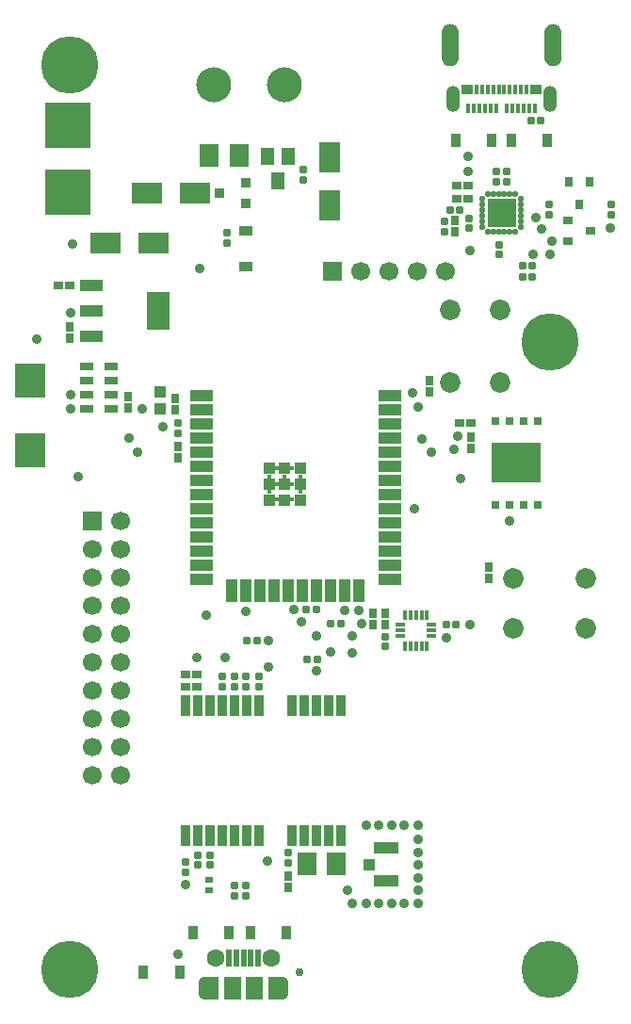
<source format=gts>
G04*
G04 #@! TF.GenerationSoftware,Altium Limited,Altium Designer,22.5.1 (42)*
G04*
G04 Layer_Color=8388736*
%FSLAX25Y25*%
%MOIN*%
G70*
G04*
G04 #@! TF.SameCoordinates,59F3AC89-7B28-4FAD-B6AF-993134B08C1D*
G04*
G04*
G04 #@! TF.FilePolarity,Negative*
G04*
G01*
G75*
%ADD34R,0.07000X0.08000*%
%ADD60R,0.17520X0.13976*%
%ADD61R,0.02559X0.03150*%
%ADD62C,0.02953*%
%ADD63R,0.01591X0.03391*%
%ADD64R,0.03391X0.01591*%
%ADD65R,0.02953X0.03740*%
G04:AMPARAMS|DCode=66|XSize=27.56mil|YSize=25.59mil|CornerRadius=5.41mil|HoleSize=0mil|Usage=FLASHONLY|Rotation=90.000|XOffset=0mil|YOffset=0mil|HoleType=Round|Shape=RoundedRectangle|*
%AMROUNDEDRECTD66*
21,1,0.02756,0.01476,0,0,90.0*
21,1,0.01673,0.02559,0,0,90.0*
1,1,0.01083,0.00738,0.00837*
1,1,0.01083,0.00738,-0.00837*
1,1,0.01083,-0.00738,-0.00837*
1,1,0.01083,-0.00738,0.00837*
%
%ADD66ROUNDEDRECTD66*%
%ADD67R,0.03740X0.07677*%
%ADD68R,0.04921X0.02953*%
%ADD69R,0.10630X0.12205*%
%ADD70R,0.03740X0.04528*%
%ADD71R,0.04134X0.03937*%
%ADD72R,0.08661X0.04134*%
%ADD73R,0.04528X0.06102*%
%ADD74R,0.11024X0.07480*%
%ADD75R,0.02953X0.02165*%
%ADD76R,0.08465X0.04134*%
%ADD77R,0.04134X0.08465*%
%ADD78R,0.04134X0.04134*%
%ADD79R,0.10236X0.10236*%
%ADD80O,0.02362X0.01968*%
%ADD81O,0.01968X0.02362*%
%ADD82R,0.16339X0.16339*%
%ADD83R,0.04331X0.04331*%
%ADD84R,0.03032X0.03543*%
%ADD85R,0.08071X0.04134*%
%ADD86R,0.08071X0.13189*%
%ADD87R,0.03740X0.03740*%
%ADD88R,0.04134X0.03347*%
%ADD89R,0.01772X0.03347*%
%ADD90R,0.02165X0.05906*%
%ADD91R,0.06496X0.08071*%
%ADD92R,0.05315X0.08071*%
%ADD93R,0.03543X0.03032*%
%ADD94R,0.07480X0.11024*%
%ADD95R,0.03740X0.02953*%
G04:AMPARAMS|DCode=96|XSize=27.56mil|YSize=25.59mil|CornerRadius=5.41mil|HoleSize=0mil|Usage=FLASHONLY|Rotation=0.000|XOffset=0mil|YOffset=0mil|HoleType=Round|Shape=RoundedRectangle|*
%AMROUNDEDRECTD96*
21,1,0.02756,0.01476,0,0,0.0*
21,1,0.01673,0.02559,0,0,0.0*
1,1,0.01083,0.00837,-0.00738*
1,1,0.01083,-0.00837,-0.00738*
1,1,0.01083,-0.00837,0.00738*
1,1,0.01083,0.00837,0.00738*
%
%ADD96ROUNDEDRECTD96*%
%ADD97R,0.04528X0.03740*%
%ADD98C,0.07284*%
%ADD99C,0.06693*%
%ADD100R,0.06693X0.06693*%
%ADD101C,0.01772*%
%ADD102O,0.05709X0.10827*%
%ADD103O,0.04921X0.09252*%
%ADD104C,0.06299*%
%ADD105O,0.04331X0.08071*%
%ADD106C,0.12402*%
%ADD107C,0.03591*%
%ADD108C,0.02559*%
%ADD109C,0.20276*%
G36*
X907431Y781855D02*
X907277Y781867D01*
X907124Y781888D01*
X906972Y781916D01*
X906822Y781952D01*
X906674Y781996D01*
X906528Y782047D01*
X906385Y782106D01*
X906245Y782173D01*
X906110Y782247D01*
X905978Y782328D01*
X905850Y782415D01*
X905728Y782509D01*
X905610Y782610D01*
X905498Y782716D01*
X905392Y782828D01*
X905291Y782946D01*
X905197Y783068D01*
X905110Y783196D01*
X905029Y783328D01*
X904955Y783463D01*
X904889Y783603D01*
X904829Y783746D01*
X904778Y783891D01*
X904734Y784040D01*
X904698Y784190D01*
X904670Y784342D01*
X904649Y784495D01*
X904637Y784649D01*
X904633Y784804D01*
Y793859D01*
X904637Y794014D01*
X904649Y794168D01*
X904670Y794321D01*
X904698Y794473D01*
X904734Y794623D01*
X904778Y794772D01*
X904829Y794917D01*
X904889Y795060D01*
X904955Y795200D01*
X905029Y795335D01*
X905110Y795467D01*
X905197Y795595D01*
X905291Y795717D01*
X905392Y795835D01*
X905498Y795947D01*
X905610Y796053D01*
X905728Y796154D01*
X905850Y796248D01*
X905978Y796336D01*
X906110Y796416D01*
X906245Y796490D01*
X906385Y796557D01*
X906528Y796616D01*
X906674Y796667D01*
X906822Y796711D01*
X906972Y796747D01*
X907124Y796775D01*
X907277Y796796D01*
X907431Y796808D01*
X907586Y796812D01*
X907740Y796808D01*
X907895Y796796D01*
X908048Y796775D01*
X908200Y796747D01*
X908350Y796711D01*
X908498Y796667D01*
X908644Y796616D01*
X908787Y796557D01*
X908926Y796490D01*
X909062Y796416D01*
X909194Y796336D01*
X909322Y796248D01*
X909444Y796154D01*
X909562Y796053D01*
X909674Y795947D01*
X909780Y795835D01*
X909881Y795717D01*
X909975Y795595D01*
X910062Y795467D01*
X910143Y795335D01*
X910217Y795200D01*
X910283Y795060D01*
X910343Y794917D01*
X910394Y794772D01*
X910438Y794623D01*
X910474Y794473D01*
X910502Y794321D01*
X910522Y794168D01*
X910535Y794014D01*
X910539Y793859D01*
Y784804D01*
X910535Y784649D01*
X910522Y784495D01*
X910502Y784342D01*
X910474Y784190D01*
X910438Y784040D01*
X910394Y783891D01*
X910343Y783746D01*
X910283Y783603D01*
X910217Y783463D01*
X910143Y783328D01*
X910062Y783196D01*
X909975Y783068D01*
X909881Y782946D01*
X909780Y782828D01*
X909674Y782716D01*
X909562Y782610D01*
X909444Y782509D01*
X909322Y782415D01*
X909194Y782328D01*
X909062Y782247D01*
X908926Y782173D01*
X908787Y782106D01*
X908644Y782047D01*
X908498Y781996D01*
X908350Y781952D01*
X908200Y781916D01*
X908048Y781888D01*
X907895Y781867D01*
X907740Y781855D01*
X907586Y781851D01*
X907431Y781855D01*
D02*
G37*
G36*
X943809D02*
X943655Y781867D01*
X943502Y781888D01*
X943350Y781916D01*
X943200Y781952D01*
X943052Y781996D01*
X942906Y782047D01*
X942763Y782106D01*
X942623Y782173D01*
X942488Y782247D01*
X942356Y782328D01*
X942228Y782415D01*
X942106Y782509D01*
X941988Y782610D01*
X941876Y782716D01*
X941770Y782828D01*
X941669Y782946D01*
X941575Y783068D01*
X941488Y783196D01*
X941407Y783328D01*
X941333Y783463D01*
X941266Y783603D01*
X941207Y783746D01*
X941156Y783891D01*
X941112Y784040D01*
X941076Y784190D01*
X941047Y784342D01*
X941027Y784495D01*
X941015Y784649D01*
X941011Y784804D01*
Y793859D01*
X941015Y794014D01*
X941027Y794168D01*
X941047Y794321D01*
X941076Y794473D01*
X941112Y794623D01*
X941156Y794772D01*
X941207Y794917D01*
X941266Y795060D01*
X941333Y795200D01*
X941407Y795335D01*
X941488Y795467D01*
X941575Y795595D01*
X941669Y795717D01*
X941770Y795835D01*
X941876Y795947D01*
X941988Y796053D01*
X942106Y796154D01*
X942228Y796248D01*
X942356Y796336D01*
X942488Y796416D01*
X942623Y796490D01*
X942763Y796557D01*
X942906Y796616D01*
X943052Y796667D01*
X943200Y796711D01*
X943350Y796747D01*
X943502Y796775D01*
X943655Y796796D01*
X943809Y796808D01*
X943964Y796812D01*
X944118Y796808D01*
X944273Y796796D01*
X944426Y796775D01*
X944578Y796747D01*
X944728Y796711D01*
X944876Y796667D01*
X945022Y796616D01*
X945165Y796557D01*
X945304Y796490D01*
X945440Y796416D01*
X945572Y796336D01*
X945700Y796248D01*
X945822Y796154D01*
X945940Y796053D01*
X946052Y795947D01*
X946158Y795835D01*
X946259Y795717D01*
X946353Y795595D01*
X946440Y795467D01*
X946521Y795335D01*
X946595Y795200D01*
X946661Y795060D01*
X946721Y794917D01*
X946772Y794772D01*
X946816Y794623D01*
X946852Y794473D01*
X946880Y794321D01*
X946900Y794168D01*
X946913Y794014D01*
X946917Y793859D01*
Y784804D01*
X946913Y784649D01*
X946900Y784495D01*
X946880Y784342D01*
X946852Y784190D01*
X946816Y784040D01*
X946772Y783891D01*
X946721Y783746D01*
X946661Y783603D01*
X946595Y783463D01*
X946521Y783328D01*
X946440Y783196D01*
X946353Y783068D01*
X946259Y782946D01*
X946158Y782828D01*
X946052Y782716D01*
X945940Y782610D01*
X945822Y782509D01*
X945700Y782415D01*
X945572Y782328D01*
X945440Y782247D01*
X945304Y782173D01*
X945165Y782106D01*
X945022Y782047D01*
X944876Y781996D01*
X944728Y781952D01*
X944578Y781916D01*
X944426Y781888D01*
X944273Y781867D01*
X944118Y781855D01*
X943964Y781851D01*
X943809Y781855D01*
D02*
G37*
D34*
X822400Y750200D02*
D03*
X832900D02*
D03*
X867400Y499700D02*
D03*
X856900D02*
D03*
D60*
X931084Y641507D02*
D03*
D61*
X938584Y656291D02*
D03*
X933584D02*
D03*
X928584D02*
D03*
X923584D02*
D03*
X938584Y626724D02*
D03*
X933584D02*
D03*
X928584D02*
D03*
X923584D02*
D03*
D62*
X854400Y461139D02*
D03*
D63*
X891600Y576600D02*
D03*
X893500D02*
D03*
X895500D02*
D03*
X897500D02*
D03*
X899400D02*
D03*
Y587800D02*
D03*
X897500D02*
D03*
X895500D02*
D03*
X893500D02*
D03*
X891600D02*
D03*
D64*
X901100Y580200D02*
D03*
Y582200D02*
D03*
Y584200D02*
D03*
X889900D02*
D03*
Y582200D02*
D03*
Y580200D02*
D03*
D65*
X949539Y740952D02*
D03*
X957019D02*
D03*
X953279Y732999D02*
D03*
D66*
X860472Y572100D02*
D03*
X856928D02*
D03*
X860172Y589700D02*
D03*
X856628D02*
D03*
X865400Y584700D02*
D03*
X868943D02*
D03*
X911070Y730974D02*
D03*
X907527D02*
D03*
X936672Y707200D02*
D03*
X933128D02*
D03*
X936672Y711200D02*
D03*
X933128D02*
D03*
X906128Y584200D02*
D03*
X909672D02*
D03*
X936208Y762743D02*
D03*
X939751D02*
D03*
X839172Y578700D02*
D03*
X835628D02*
D03*
D67*
X813841Y509639D02*
D03*
X818172D02*
D03*
X822502D02*
D03*
X826833D02*
D03*
X835495D02*
D03*
X839825D02*
D03*
X851636D02*
D03*
X855967D02*
D03*
X860298D02*
D03*
X864628D02*
D03*
X868959D02*
D03*
Y555639D02*
D03*
X864628D02*
D03*
X860298D02*
D03*
X855967D02*
D03*
X851636D02*
D03*
X839825D02*
D03*
X835495D02*
D03*
X831164D02*
D03*
X826833D02*
D03*
X822502D02*
D03*
X818172D02*
D03*
X813841D02*
D03*
X831164Y509639D02*
D03*
D68*
X787565Y675543D02*
D03*
Y670621D02*
D03*
Y665700D02*
D03*
Y660779D02*
D03*
X778904Y675543D02*
D03*
Y670621D02*
D03*
Y665700D02*
D03*
Y660779D02*
D03*
D69*
X758900Y645897D02*
D03*
Y670503D02*
D03*
D70*
X829404Y475139D02*
D03*
X816648D02*
D03*
X909651Y755700D02*
D03*
X922406D02*
D03*
X811778Y461139D02*
D03*
X799022D02*
D03*
X929143Y755700D02*
D03*
X941899D02*
D03*
X836963Y475139D02*
D03*
X849719D02*
D03*
D71*
X878896Y499393D02*
D03*
D72*
X884900Y493586D02*
D03*
Y505200D02*
D03*
D73*
X846538Y741145D02*
D03*
X850278Y749806D02*
D03*
X842798D02*
D03*
D74*
X817136Y737011D02*
D03*
X800207D02*
D03*
X785711Y719169D02*
D03*
X802640D02*
D03*
D75*
X822400Y493972D02*
D03*
Y490428D02*
D03*
D76*
X886365Y665209D02*
D03*
Y660209D02*
D03*
Y655209D02*
D03*
Y650209D02*
D03*
Y645209D02*
D03*
Y640209D02*
D03*
Y635209D02*
D03*
Y630209D02*
D03*
Y625209D02*
D03*
Y620209D02*
D03*
Y615209D02*
D03*
Y610209D02*
D03*
Y605209D02*
D03*
Y600209D02*
D03*
X819435D02*
D03*
Y605209D02*
D03*
Y610209D02*
D03*
Y615209D02*
D03*
Y620209D02*
D03*
Y625209D02*
D03*
Y630209D02*
D03*
Y635209D02*
D03*
Y640209D02*
D03*
Y645209D02*
D03*
Y650209D02*
D03*
Y655209D02*
D03*
Y660209D02*
D03*
Y665209D02*
D03*
D77*
X875400Y596272D02*
D03*
X870400D02*
D03*
X865400D02*
D03*
X860400D02*
D03*
X855400D02*
D03*
X850400D02*
D03*
X845400D02*
D03*
X840400D02*
D03*
X835400D02*
D03*
X830400D02*
D03*
D78*
X848963Y628457D02*
D03*
D03*
Y633968D02*
D03*
Y639480D02*
D03*
X854475Y628457D02*
D03*
Y633968D02*
D03*
Y639480D02*
D03*
X843451Y628457D02*
D03*
Y633968D02*
D03*
Y639480D02*
D03*
D79*
X925775Y729987D02*
D03*
D80*
X932566Y734909D02*
D03*
Y732940D02*
D03*
Y730972D02*
D03*
Y729003D02*
D03*
Y727035D02*
D03*
Y725066D02*
D03*
X918984D02*
D03*
Y727035D02*
D03*
Y729003D02*
D03*
Y730972D02*
D03*
Y732940D02*
D03*
Y734909D02*
D03*
D81*
X930696Y723196D02*
D03*
X928728D02*
D03*
X926759D02*
D03*
X924791D02*
D03*
X922822D02*
D03*
X920854D02*
D03*
Y736779D02*
D03*
X922822D02*
D03*
X924791D02*
D03*
X926759D02*
D03*
X928728D02*
D03*
X930696D02*
D03*
D82*
X772400Y737200D02*
D03*
Y760822D02*
D03*
D83*
X804900Y660747D02*
D03*
Y666653D02*
D03*
D84*
X900400Y666732D02*
D03*
Y670669D02*
D03*
X810400Y664169D02*
D03*
Y660231D02*
D03*
X811400Y643231D02*
D03*
Y647169D02*
D03*
X914900Y646732D02*
D03*
Y650669D02*
D03*
X793704Y664842D02*
D03*
Y660905D02*
D03*
X880400Y584232D02*
D03*
Y588168D02*
D03*
X884461Y584356D02*
D03*
Y588293D02*
D03*
X850400Y491231D02*
D03*
Y495169D02*
D03*
X772900Y689608D02*
D03*
Y685671D02*
D03*
X909194Y723264D02*
D03*
Y727201D02*
D03*
X921400Y600763D02*
D03*
Y604700D02*
D03*
D85*
X780687Y704287D02*
D03*
Y695231D02*
D03*
Y686176D02*
D03*
D86*
X804113Y695231D02*
D03*
D87*
X825947Y737011D02*
D03*
X835396Y740751D02*
D03*
Y733271D02*
D03*
D88*
X937783Y773702D02*
D03*
X913767D02*
D03*
D89*
X934633D02*
D03*
X932665D02*
D03*
X930696D02*
D03*
X928728D02*
D03*
X926759D02*
D03*
X924791D02*
D03*
X922822D02*
D03*
X920854D02*
D03*
X918885D02*
D03*
X916917D02*
D03*
X913964Y767009D02*
D03*
X915932D02*
D03*
X917901D02*
D03*
X919869D02*
D03*
X921838D02*
D03*
X923806D02*
D03*
X927743D02*
D03*
X929712D02*
D03*
X931680D02*
D03*
X933649D02*
D03*
X935618D02*
D03*
X937586D02*
D03*
D90*
X829345Y466269D02*
D03*
X831904D02*
D03*
X834463D02*
D03*
X837022D02*
D03*
X839581D02*
D03*
D91*
X830526Y455639D02*
D03*
X838400D02*
D03*
D92*
X823046D02*
D03*
X845880D02*
D03*
D93*
X910072Y735109D02*
D03*
X914009D02*
D03*
X909932Y739700D02*
D03*
X913869D02*
D03*
X910932Y655700D02*
D03*
X914869D02*
D03*
X813931Y566700D02*
D03*
X817869D02*
D03*
X814057Y562439D02*
D03*
X817994D02*
D03*
X768931Y704200D02*
D03*
X772869D02*
D03*
D94*
X864899Y732739D02*
D03*
Y749669D02*
D03*
D95*
X949302Y719958D02*
D03*
Y727438D02*
D03*
X957255Y723698D02*
D03*
D96*
X811400Y655472D02*
D03*
Y651928D02*
D03*
X914386Y728117D02*
D03*
Y724574D02*
D03*
X905506Y727004D02*
D03*
Y723461D02*
D03*
X924900Y715200D02*
D03*
Y718743D02*
D03*
X942694Y729456D02*
D03*
Y732999D02*
D03*
X964500Y732829D02*
D03*
Y729285D02*
D03*
X884461Y576553D02*
D03*
Y580096D02*
D03*
X835400Y488360D02*
D03*
Y491903D02*
D03*
X831400Y488360D02*
D03*
Y491903D02*
D03*
X826900Y565911D02*
D03*
Y562367D02*
D03*
X831400Y565911D02*
D03*
Y562367D02*
D03*
X822554Y499228D02*
D03*
Y502772D02*
D03*
X835400Y562367D02*
D03*
Y565911D02*
D03*
X839900D02*
D03*
Y562367D02*
D03*
X850400Y499928D02*
D03*
Y503472D02*
D03*
X818400Y502772D02*
D03*
Y499228D02*
D03*
X828703Y719365D02*
D03*
Y722909D02*
D03*
X855746Y741736D02*
D03*
Y745279D02*
D03*
X927650Y740928D02*
D03*
Y744472D02*
D03*
X923900Y740928D02*
D03*
Y744472D02*
D03*
X813900Y500139D02*
D03*
Y496596D02*
D03*
D97*
X835396Y710822D02*
D03*
Y723578D02*
D03*
D98*
X929846Y600794D02*
D03*
X955436D02*
D03*
X929846Y583078D02*
D03*
X955436D02*
D03*
X907542Y669905D02*
D03*
Y695495D02*
D03*
X925258Y669905D02*
D03*
Y695495D02*
D03*
D99*
X780900Y560900D02*
D03*
X790900D02*
D03*
Y550900D02*
D03*
X780900D02*
D03*
X790900Y540900D02*
D03*
X780900D02*
D03*
X790900Y530900D02*
D03*
X780900D02*
D03*
X790900Y620900D02*
D03*
Y610900D02*
D03*
X780900D02*
D03*
X790900Y600900D02*
D03*
X780900D02*
D03*
X790900Y590900D02*
D03*
X780900D02*
D03*
Y570900D02*
D03*
Y580900D02*
D03*
X790900D02*
D03*
Y570900D02*
D03*
X875900Y709200D02*
D03*
X885900D02*
D03*
X895900D02*
D03*
X905900D02*
D03*
D100*
X780900Y620900D02*
D03*
X865900Y709200D02*
D03*
D101*
X846207Y628500D02*
D03*
X851719D02*
D03*
X846207Y634012D02*
D03*
X851719D02*
D03*
Y639524D02*
D03*
X846207D02*
D03*
X843495Y636724D02*
D03*
X849006D02*
D03*
X854518D02*
D03*
Y631213D02*
D03*
X843495D02*
D03*
D102*
X907586Y791300D02*
D03*
X943964D02*
D03*
D103*
X908767Y770198D02*
D03*
X942783D02*
D03*
D104*
X824621Y466269D02*
D03*
X844306D02*
D03*
D105*
X820683Y455639D02*
D03*
X848243D02*
D03*
D106*
X848900Y775200D02*
D03*
X823900D02*
D03*
D107*
X894400Y666200D02*
D03*
X805900Y654200D02*
D03*
X871400Y490200D02*
D03*
X872900Y485700D02*
D03*
X877900D02*
D03*
X882400D02*
D03*
X886900D02*
D03*
X891400D02*
D03*
X896400D02*
D03*
Y490200D02*
D03*
Y494700D02*
D03*
Y499200D02*
D03*
Y503700D02*
D03*
Y508200D02*
D03*
Y513200D02*
D03*
X891400D02*
D03*
X886900D02*
D03*
X882400D02*
D03*
X877900D02*
D03*
X821400Y587700D02*
D03*
X775900Y636700D02*
D03*
X796909Y645191D02*
D03*
X964400Y724700D02*
D03*
X943489Y719958D02*
D03*
X818900Y710200D02*
D03*
X773900Y719070D02*
D03*
X913986Y744574D02*
D03*
X913986Y749806D02*
D03*
X937900Y728200D02*
D03*
X936900Y715200D02*
D03*
X942900D02*
D03*
X939900Y724200D02*
D03*
X914461Y584325D02*
D03*
X817900Y572700D02*
D03*
X813900Y492139D02*
D03*
X894900Y625200D02*
D03*
X911273Y636078D02*
D03*
X914482Y716700D02*
D03*
X928540Y621044D02*
D03*
X827900Y572700D02*
D03*
X811400Y467700D02*
D03*
X798539Y660728D02*
D03*
X773127Y660720D02*
D03*
X761400Y685200D02*
D03*
X842900Y500700D02*
D03*
X835132Y588932D02*
D03*
X773127Y665680D02*
D03*
X773400Y694700D02*
D03*
X843400Y578700D02*
D03*
X860400Y580200D02*
D03*
Y567900D02*
D03*
X855067Y585200D02*
D03*
X852400Y589700D02*
D03*
X843312Y569322D02*
D03*
X870400Y589200D02*
D03*
X876400Y584700D02*
D03*
X875400Y589200D02*
D03*
X865400Y574700D02*
D03*
X872900Y580200D02*
D03*
X872900Y574200D02*
D03*
X906300Y579700D02*
D03*
X793909Y650191D02*
D03*
X900900Y645200D02*
D03*
X896400Y661200D02*
D03*
X910163Y650846D02*
D03*
X897602Y649902D02*
D03*
X908900Y646200D02*
D03*
D108*
X936990Y645444D02*
D03*
Y641507D02*
D03*
Y637570D02*
D03*
X933053Y645444D02*
D03*
Y641507D02*
D03*
Y637570D02*
D03*
X929116Y645444D02*
D03*
Y641507D02*
D03*
Y637570D02*
D03*
X925179Y645444D02*
D03*
Y641507D02*
D03*
Y637570D02*
D03*
X923610Y727822D02*
D03*
Y732153D02*
D03*
X927940Y727822D02*
D03*
Y732153D02*
D03*
D109*
X942900Y684200D02*
D03*
X772900Y782200D02*
D03*
Y462200D02*
D03*
X942900D02*
D03*
M02*

</source>
